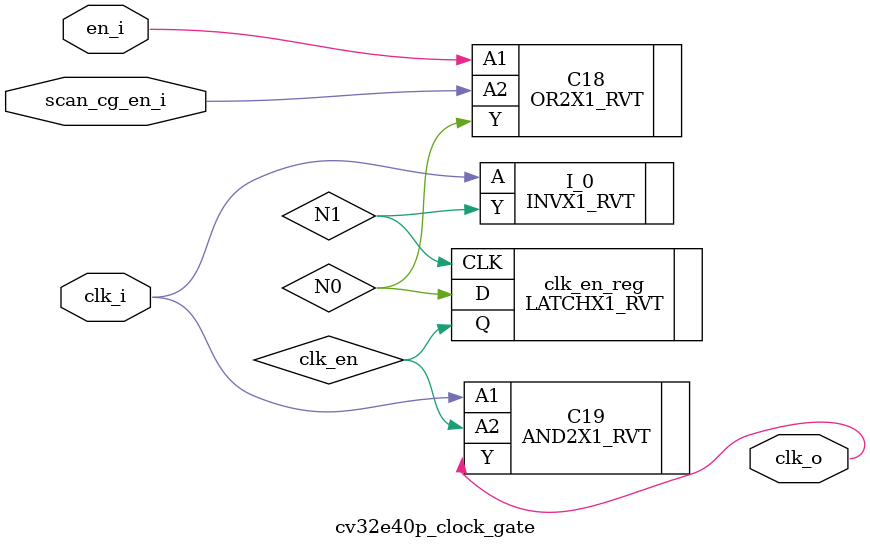
<source format=v>


module cv32e40p_clock_gate ( clk_i, en_i, scan_cg_en_i, clk_o );
  input clk_i, en_i, scan_cg_en_i;
  output clk_o;
  wire   N0, clk_en, N1;

  AND2X1_RVT C19 ( .A1(clk_i), .A2(clk_en), .Y(clk_o) );
  OR2X1_RVT C18 ( .A1(en_i), .A2(scan_cg_en_i), .Y(N0) );
  INVX1_RVT I_0 ( .A(clk_i), .Y(N1) );
  LATCHX1_RVT clk_en_reg ( .CLK(N1), .D(N0), .Q(clk_en) );
endmodule


</source>
